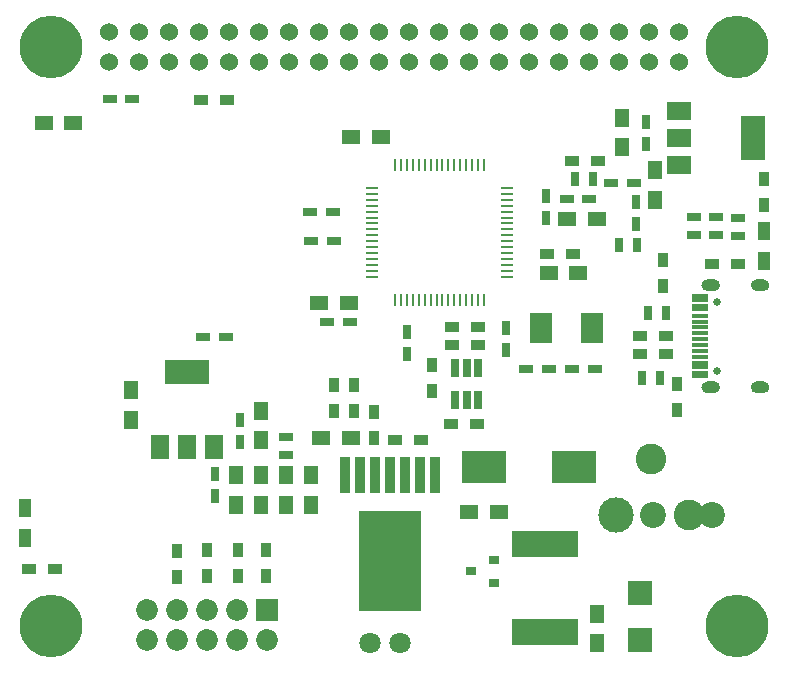
<source format=gts>
%TF.GenerationSoftware,KiCad,Pcbnew,(5.1.8)-1*%
%TF.CreationDate,2021-11-16T20:14:35+01:00*%
%TF.ProjectId,radioberry-juice,72616469-6f62-4657-9272-792d6a756963,rev?*%
%TF.SameCoordinates,Original*%
%TF.FileFunction,Soldermask,Top*%
%TF.FilePolarity,Negative*%
%FSLAX46Y46*%
G04 Gerber Fmt 4.6, Leading zero omitted, Abs format (unit mm)*
G04 Created by KiCad (PCBNEW (5.1.8)-1) date 2021-11-16 20:14:35*
%MOMM*%
%LPD*%
G01*
G04 APERTURE LIST*
%ADD10R,1.143000X0.635000*%
%ADD11R,1.500000X1.250000*%
%ADD12R,3.750000X2.700000*%
%ADD13R,0.650000X1.560000*%
%ADD14R,1.200000X0.900000*%
%ADD15R,1.200000X0.750000*%
%ADD16R,0.890000X3.060000*%
%ADD17R,5.350000X8.540000*%
%ADD18R,0.750000X1.200000*%
%ADD19R,1.250000X1.500000*%
%ADD20C,1.850000*%
%ADD21R,1.850000X1.850000*%
%ADD22R,1.000000X0.250000*%
%ADD23R,0.250000X1.000000*%
%ADD24C,1.524000*%
%ADD25C,2.200000*%
%ADD26C,2.600000*%
%ADD27C,3.000000*%
%ADD28R,1.100000X1.600000*%
%ADD29R,0.900000X1.200000*%
%ADD30R,1.900000X2.600000*%
%ADD31R,2.000000X1.500000*%
%ADD32R,2.000000X3.800000*%
%ADD33R,0.635000X1.143000*%
%ADD34R,2.100000X2.000000*%
%ADD35R,0.900000X0.800000*%
%ADD36C,0.670000*%
%ADD37R,1.450000X0.300000*%
%ADD38R,1.500000X2.000000*%
%ADD39R,3.800000X2.000000*%
%ADD40C,5.300000*%
%ADD41R,5.600000X2.300000*%
%ADD42C,1.800000*%
G04 APERTURE END LIST*
D10*
%TO.C,FB4*%
X113350000Y-109087000D03*
X113350000Y-107563000D03*
%TD*%
D11*
%TO.C,C37*%
X131350000Y-113900000D03*
X128850000Y-113900000D03*
%TD*%
D12*
%TO.C,C6*%
X130150000Y-110025000D03*
X137700000Y-110025000D03*
%TD*%
D13*
%TO.C,U4*%
X127700000Y-104400000D03*
X128650000Y-104400000D03*
X129600000Y-104400000D03*
X129600000Y-101700000D03*
X127700000Y-101700000D03*
X128650000Y-101700000D03*
%TD*%
D14*
%TO.C,R13*%
X129650000Y-99700000D03*
X127450000Y-99700000D03*
%TD*%
D15*
%TO.C,C18*%
X135600000Y-101800000D03*
X133700000Y-101800000D03*
%TD*%
D16*
%TO.C,VR1*%
X118340000Y-110745000D03*
X119610000Y-110745000D03*
X120880000Y-110745000D03*
X122150000Y-110745000D03*
X123420000Y-110745000D03*
X124690000Y-110745000D03*
X125960000Y-110745000D03*
D17*
X122150000Y-118050000D03*
%TD*%
D15*
%TO.C,C25*%
X118750000Y-97750000D03*
X116850000Y-97750000D03*
%TD*%
D11*
%TO.C,C10*%
X121400000Y-82100000D03*
X118900000Y-82100000D03*
%TD*%
D18*
%TO.C,C9*%
X131950000Y-98300000D03*
X131950000Y-100200000D03*
%TD*%
D11*
%TO.C,C8*%
X118650000Y-96150000D03*
X116150000Y-96150000D03*
%TD*%
D15*
%TO.C,C20*%
X140900000Y-86000000D03*
X142800000Y-86000000D03*
%TD*%
D19*
%TO.C,C29*%
X144600000Y-84950000D03*
X144600000Y-87450000D03*
%TD*%
D15*
%TO.C,C19*%
X137600000Y-101800000D03*
X139500000Y-101800000D03*
%TD*%
%TO.C,C16*%
X108250000Y-99050000D03*
X106350000Y-99050000D03*
%TD*%
%TO.C,C12*%
X98450000Y-78900000D03*
X100350000Y-78900000D03*
%TD*%
D19*
%TO.C,C11*%
X100250000Y-106050000D03*
X100250000Y-103550000D03*
%TD*%
D15*
%TO.C,C21*%
X117400000Y-90950000D03*
X115500000Y-90950000D03*
%TD*%
D20*
%TO.C,DB1*%
X101590000Y-124690000D03*
X101590000Y-122150000D03*
X104130000Y-124690000D03*
X104130000Y-122150000D03*
X106670000Y-124690000D03*
X106670000Y-122150000D03*
X109210000Y-124690000D03*
X109210000Y-122150000D03*
X111750000Y-124690000D03*
D21*
X111750000Y-122150000D03*
%TD*%
D22*
%TO.C,U3*%
X132050000Y-93950000D03*
X132050000Y-93450000D03*
X132050000Y-92950000D03*
X132050000Y-92450000D03*
X132050000Y-91950000D03*
X132050000Y-91450000D03*
X132050000Y-90950000D03*
X132050000Y-90450000D03*
X132050000Y-89950000D03*
X132050000Y-89450000D03*
X132050000Y-88950000D03*
X132050000Y-88450000D03*
X132050000Y-87950000D03*
X132050000Y-87450000D03*
X132050000Y-86950000D03*
X132050000Y-86450000D03*
D23*
X130100000Y-84500000D03*
X129600000Y-84500000D03*
X129100000Y-84500000D03*
X128600000Y-84500000D03*
X128100000Y-84500000D03*
X127600000Y-84500000D03*
X127100000Y-84500000D03*
X126600000Y-84500000D03*
X126100000Y-84500000D03*
X125600000Y-84500000D03*
X125100000Y-84500000D03*
X124600000Y-84500000D03*
X124100000Y-84500000D03*
X123600000Y-84500000D03*
X123100000Y-84500000D03*
X122600000Y-84500000D03*
D22*
X120650000Y-86450000D03*
X120650000Y-86950000D03*
X120650000Y-87450000D03*
X120650000Y-87950000D03*
X120650000Y-88450000D03*
X120650000Y-88950000D03*
X120650000Y-89450000D03*
X120650000Y-89950000D03*
X120650000Y-90450000D03*
X120650000Y-90950000D03*
X120650000Y-91450000D03*
X120650000Y-91950000D03*
X120650000Y-92450000D03*
X120650000Y-92950000D03*
X120650000Y-93450000D03*
X120650000Y-93950000D03*
D23*
X122600000Y-95900000D03*
X123100000Y-95900000D03*
X123600000Y-95900000D03*
X124100000Y-95900000D03*
X124600000Y-95900000D03*
X125100000Y-95900000D03*
X125600000Y-95900000D03*
X126100000Y-95900000D03*
X126600000Y-95900000D03*
X127100000Y-95900000D03*
X127600000Y-95900000D03*
X128100000Y-95900000D03*
X128600000Y-95900000D03*
X129100000Y-95900000D03*
X129600000Y-95900000D03*
X130100000Y-95900000D03*
%TD*%
D24*
%TO.C,J5*%
X146630000Y-73230000D03*
X146630000Y-75770000D03*
X144090000Y-73230000D03*
X144090000Y-75770000D03*
X141550000Y-73230000D03*
X141550000Y-75770000D03*
X139010000Y-73230000D03*
X139010000Y-75770000D03*
X136470000Y-73230000D03*
X136470000Y-75770000D03*
X133930000Y-73230000D03*
X133930000Y-75770000D03*
X131390000Y-73230000D03*
X131390000Y-75770000D03*
X128850000Y-73230000D03*
X128850000Y-75770000D03*
X126310000Y-73230000D03*
X126310000Y-75770000D03*
X123770000Y-73230000D03*
X123770000Y-75770000D03*
X121230000Y-73230000D03*
X121230000Y-75770000D03*
X118690000Y-73230000D03*
X118690000Y-75770000D03*
X116150000Y-73230000D03*
X116150000Y-75770000D03*
X113610000Y-73230000D03*
X113610000Y-75770000D03*
X111070000Y-73230000D03*
X111070000Y-75770000D03*
X108530000Y-73230000D03*
X108530000Y-75770000D03*
X105990000Y-73230000D03*
X105990000Y-75770000D03*
X103450000Y-73230000D03*
X103450000Y-75770000D03*
X100910000Y-73230000D03*
X100910000Y-75770000D03*
X98370000Y-73230000D03*
X98370000Y-75770000D03*
%TD*%
D25*
%TO.C,CN1*%
X149400000Y-114100000D03*
X144400000Y-114100000D03*
D26*
X144300000Y-109400000D03*
X147450000Y-114100000D03*
D27*
X141300000Y-114100000D03*
%TD*%
D11*
%TO.C,C33*%
X137150000Y-89100000D03*
X139650000Y-89100000D03*
%TD*%
%TO.C,C31*%
X135600000Y-93650000D03*
X138100000Y-93650000D03*
%TD*%
D19*
%TO.C,C27*%
X141800000Y-83000000D03*
X141800000Y-80500000D03*
%TD*%
%TO.C,C15*%
X111200000Y-107800000D03*
X111200000Y-105300000D03*
%TD*%
D28*
%TO.C,D5*%
X153800000Y-90100000D03*
X153800000Y-92600000D03*
%TD*%
D14*
%TO.C,R3*%
X93800000Y-118700000D03*
X91600000Y-118700000D03*
%TD*%
D29*
%TO.C,R20*%
X153800000Y-85700000D03*
X153800000Y-87900000D03*
%TD*%
D28*
%TO.C,D2*%
X91300000Y-116050000D03*
X91300000Y-113550000D03*
%TD*%
D30*
%TO.C,Y1*%
X139250000Y-98300000D03*
X134950000Y-98300000D03*
%TD*%
D31*
%TO.C,U5*%
X146600000Y-79900000D03*
X146600000Y-82200000D03*
X146600000Y-84500001D03*
D32*
X152900001Y-82200000D03*
%TD*%
D33*
%TO.C,D4*%
X144000000Y-97000000D03*
X145524000Y-97000000D03*
%TD*%
%TO.C,D3*%
X145000000Y-102500000D03*
X143476000Y-102500000D03*
%TD*%
D34*
%TO.C,D1*%
X143350000Y-124680000D03*
X143350000Y-120720000D03*
%TD*%
D35*
%TO.C,Q1*%
X131000000Y-117950000D03*
X129000000Y-118900000D03*
X131000000Y-119850000D03*
%TD*%
D14*
%TO.C,R11*%
X151600000Y-92900000D03*
X149400000Y-92900000D03*
%TD*%
D29*
%TO.C,R5*%
X146500000Y-105200000D03*
X146500000Y-103000000D03*
%TD*%
%TO.C,R4*%
X145300000Y-92500000D03*
X145300000Y-94700000D03*
%TD*%
D18*
%TO.C,C14*%
X107350000Y-110650000D03*
X107350000Y-112550000D03*
%TD*%
D36*
%TO.C,J2*%
X149850000Y-96100000D03*
X149850000Y-101900000D03*
D37*
X148400000Y-102400000D03*
X148400000Y-101600000D03*
X148400000Y-100750000D03*
G36*
G01*
X153800000Y-103820000D02*
X153200000Y-103820000D01*
G75*
G02*
X152700000Y-103320000I0J500000D01*
G01*
X152700000Y-103320000D01*
G75*
G02*
X153200000Y-102820000I500000J0D01*
G01*
X153800000Y-102820000D01*
G75*
G02*
X154300000Y-103320000I0J-500000D01*
G01*
X154300000Y-103320000D01*
G75*
G02*
X153800000Y-103820000I-500000J0D01*
G01*
G37*
G36*
G01*
X153800000Y-95180000D02*
X153200000Y-95180000D01*
G75*
G02*
X152700000Y-94680000I0J500000D01*
G01*
X152700000Y-94680000D01*
G75*
G02*
X153200000Y-94180000I500000J0D01*
G01*
X153800000Y-94180000D01*
G75*
G02*
X154300000Y-94680000I0J-500000D01*
G01*
X154300000Y-94680000D01*
G75*
G02*
X153800000Y-95180000I-500000J0D01*
G01*
G37*
G36*
G01*
X149620000Y-95180000D02*
X149020000Y-95180000D01*
G75*
G02*
X148520000Y-94680000I0J500000D01*
G01*
X148520000Y-94680000D01*
G75*
G02*
X149020000Y-94180000I500000J0D01*
G01*
X149620000Y-94180000D01*
G75*
G02*
X150120000Y-94680000I0J-500000D01*
G01*
X150120000Y-94680000D01*
G75*
G02*
X149620000Y-95180000I-500000J0D01*
G01*
G37*
G36*
G01*
X149620000Y-103820000D02*
X149020000Y-103820000D01*
G75*
G02*
X148520000Y-103320000I0J500000D01*
G01*
X148520000Y-103320000D01*
G75*
G02*
X149020000Y-102820000I500000J0D01*
G01*
X149620000Y-102820000D01*
G75*
G02*
X150120000Y-103320000I0J-500000D01*
G01*
X150120000Y-103320000D01*
G75*
G02*
X149620000Y-103820000I-500000J0D01*
G01*
G37*
X148400000Y-102100000D03*
X148400000Y-101300000D03*
X148400000Y-100250000D03*
X148400000Y-97250000D03*
X148400000Y-96400000D03*
X148400000Y-95600000D03*
X148400000Y-95900000D03*
X148400000Y-96700000D03*
X148400000Y-97750000D03*
X148400000Y-98250000D03*
X148400000Y-98750000D03*
X148400000Y-99250000D03*
X148400000Y-99750000D03*
%TD*%
D38*
%TO.C,U2*%
X102700000Y-108350000D03*
X105000000Y-108350000D03*
X107300001Y-108350000D03*
D39*
X105000000Y-102049999D03*
%TD*%
D14*
%TO.C,R12*%
X129650000Y-98250000D03*
X127450000Y-98250000D03*
%TD*%
D40*
%TO.C,J9*%
X151500000Y-123500000D03*
%TD*%
%TO.C,J8*%
X93500000Y-123500000D03*
%TD*%
%TO.C,J7*%
X151500000Y-74500000D03*
%TD*%
%TO.C,J6*%
X93500000Y-74500000D03*
%TD*%
D41*
%TO.C,F1*%
X135250000Y-116600000D03*
X135250000Y-124000000D03*
%TD*%
D14*
%TO.C,R15*%
X129500000Y-106400000D03*
X127300000Y-106400000D03*
%TD*%
D29*
%TO.C,R14*%
X125700000Y-103650000D03*
X125700000Y-101450000D03*
%TD*%
D14*
%TO.C,R10*%
X139800000Y-84150000D03*
X137600000Y-84150000D03*
%TD*%
%TO.C,R9*%
X108400000Y-79000000D03*
X106200000Y-79000000D03*
%TD*%
%TO.C,R8*%
X137650000Y-92000000D03*
X135450000Y-92000000D03*
%TD*%
%TO.C,R7*%
X143300000Y-99000000D03*
X145500000Y-99000000D03*
%TD*%
%TO.C,R6*%
X143300000Y-100500000D03*
X145500000Y-100500000D03*
%TD*%
D33*
%TO.C,FB3*%
X141588000Y-91250000D03*
X143112000Y-91250000D03*
%TD*%
%TO.C,FB2*%
X139312000Y-85700000D03*
X137788000Y-85700000D03*
%TD*%
D10*
%TO.C,FB1*%
X151600000Y-90500000D03*
X151600000Y-88976000D03*
%TD*%
D15*
%TO.C,C34*%
X137150000Y-87350000D03*
X139050000Y-87350000D03*
%TD*%
D18*
%TO.C,C32*%
X143000000Y-89500000D03*
X143000000Y-87600000D03*
%TD*%
D15*
%TO.C,C30*%
X149800000Y-88900000D03*
X147900000Y-88900000D03*
%TD*%
D18*
%TO.C,C28*%
X143800000Y-82750000D03*
X143800000Y-80850000D03*
%TD*%
D15*
%TO.C,C26*%
X117300000Y-88450000D03*
X115400000Y-88450000D03*
%TD*%
D18*
%TO.C,C24*%
X135400000Y-87100000D03*
X135400000Y-89000000D03*
%TD*%
%TO.C,C23*%
X123600000Y-100500000D03*
X123600000Y-98600000D03*
%TD*%
D15*
%TO.C,C17*%
X149800000Y-90400000D03*
X147900000Y-90400000D03*
%TD*%
D18*
%TO.C,C13*%
X109450000Y-106050000D03*
X109450000Y-107950000D03*
%TD*%
D29*
%TO.C,R1*%
X120800000Y-107650000D03*
X120800000Y-105450000D03*
%TD*%
D14*
%TO.C,R2*%
X122600000Y-107800000D03*
X124800000Y-107800000D03*
%TD*%
D29*
%TO.C,R16*%
X104150000Y-117150000D03*
X104150000Y-119350000D03*
%TD*%
%TO.C,R17*%
X111650000Y-119300000D03*
X111650000Y-117100000D03*
%TD*%
%TO.C,R18*%
X109300000Y-117100000D03*
X109300000Y-119300000D03*
%TD*%
%TO.C,R19*%
X106700000Y-119300000D03*
X106700000Y-117100000D03*
%TD*%
D11*
%TO.C,C36*%
X95350000Y-80900000D03*
X92850000Y-80900000D03*
%TD*%
D42*
%TO.C,J1*%
X123050000Y-125000000D03*
X120510000Y-125000000D03*
%TD*%
D29*
%TO.C,R21*%
X119100000Y-103150000D03*
X119100000Y-105350000D03*
%TD*%
D19*
%TO.C,C2*%
X115500000Y-113250000D03*
X115500000Y-110750000D03*
%TD*%
%TO.C,C3*%
X113350000Y-110750000D03*
X113350000Y-113250000D03*
%TD*%
%TO.C,C4*%
X111200000Y-113250000D03*
X111200000Y-110750000D03*
%TD*%
D11*
%TO.C,C5*%
X116350000Y-107650000D03*
X118850000Y-107650000D03*
%TD*%
D19*
%TO.C,C7*%
X109100000Y-110750000D03*
X109100000Y-113250000D03*
%TD*%
D29*
%TO.C,R22*%
X117450000Y-105350000D03*
X117450000Y-103150000D03*
%TD*%
D19*
%TO.C,C1*%
X139700000Y-125000000D03*
X139700000Y-122500000D03*
%TD*%
M02*

</source>
